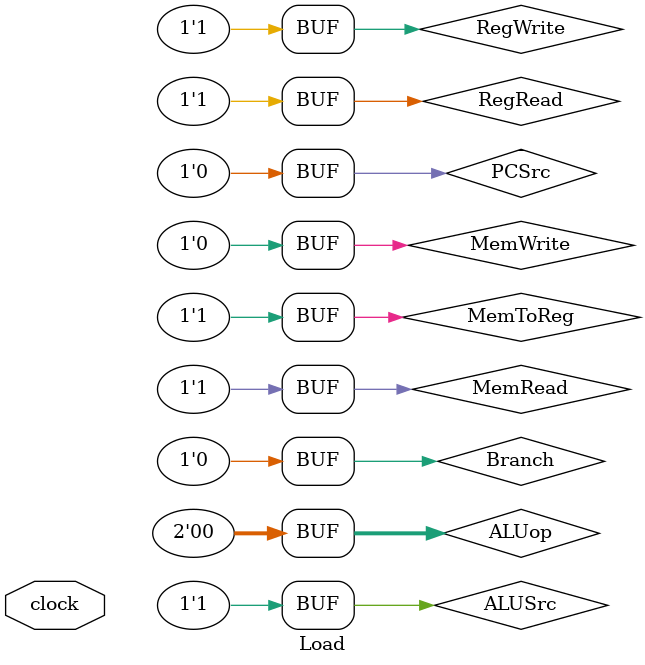
<source format=v>
/* uPowerISA Core Module is the centre of all operations that handles all the operations and instantiates
all the necessary modules
*/
`include "../Module 3 - Instruction Fetch/parse_instruction.v"
`include "../Module 1 - ALU/ALU64Bit.v"
`include "../Module 2 - ALU Control/uPowerALUControl.v"
`include "Instruction_read.v"
`include "Memory_read_write.v"
`include "Register_read_write.v"

module Load(clock);

input clock; //Execution happens only at positive level-transition (edge sensitive)

//Program counter

reg [31:0] PC = 32'b0;

//Instruction
wire [31:0] instruction;

//Parse instruction
wire [5:0] po;
wire [4:0] rs,rt,rd,bo,bi;
wire [8:0] xoxo;
wire [9:0] xox;
wire rc,aa,lk,oe;
wire [13:0] bd;
wire [63:0] ds;
wire [15:0] si;
wire [23:0] li;
wire [1:0] xods;
wire [3:0] ALUInput;

//Signals

reg RegRead, RegWrite;
reg MemRead, MemWrite, MemToReg;
reg Branch, ALUSrc, PCSrc;
reg [1:0] ALUop;

//Register contents
wire [63:0] write_data, rs_content, rt_content, rd_content, memory_read_data;

		initial begin //store
		    MemRead  = 1'b1;
			MemWrite = 1'b0;
			RegWrite = 1'b1;
			RegRead  = 1'b1;
			Branch   = 1'b0;
			ALUSrc   = 1'b1;
			PCSrc    = 1'b0;
			MemToReg = 1'b1;
			ALUop	 = 2'b00;

		end


//Modules are instantiated
read_instructions p1(instruction, PC);
parse_instruction p2(po, rs, rt, rd, bo, bi, aa, lk, rc, oe, xox, xoxo, si, bd, ds, xods, li, instruction, PC);
//control_unit p3(RegRead, RegWrite, MemRead, MemWrite, Branch, MemToReg, ALUSrc, PCSrc, ALUop, po);
ALU_Control p4(ALUInput, ALUop, xox,xoxo,xods);
ALU64bit p5(write_data, flag, ALUSrc, ALUInput, rs_content, rt_content, ds);
read_write_memory p6(memory_read_data, write_data, rd_content, rd, po, MemWrite, MemRead);
read_write_registers p7(rs_content, rt_content, rd_content, memory_read_data, write_data, rs, rt, rd, bo, bi, po, RegRead, RegWrite, MemToReg, clock);

// Updating the PC value

always @(posedge clock) 
 begin
     
     if(flag == 1 & Branch == 1 & aa == 0 & po == 6'd19)           //Branch Conditional
       PC = PC + 1 + $signed(bd);

     else if(flag == 1 & Branch == 1 & aa == 1 & po == 6'd19) begin //Branch Absolute
       PC = $signed(bd);
	   end

     else if(Branch == 1 & aa == 1 & po == 6'd18)
       PC = $signed(li);

     else if(Branch == 1 & aa == 0 & po == 6'd18)
       PC = PC + 1 + $signed(li);
     else 
       PC = PC + 1;
 end


endmodule
</source>
